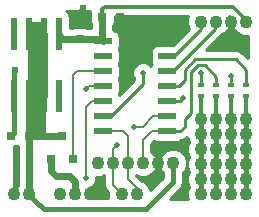
<source format=gbr>
G04 #@! TF.FileFunction,Copper,L1,Top,Signal*
%FSLAX46Y46*%
G04 Gerber Fmt 4.6, Leading zero omitted, Abs format (unit mm)*
G04 Created by KiCad (PCBNEW (2014-12-04 BZR 5312)-product) date 4/7/2015 12:43:42 PM*
%MOMM*%
G01*
G04 APERTURE LIST*
%ADD10C,0.100000*%
%ADD11R,0.750000X0.800000*%
%ADD12R,0.800000X0.750000*%
%ADD13C,1.100000*%
%ADD14R,0.600000X2.700000*%
%ADD15R,1.500000X0.600000*%
%ADD16R,0.800100X0.800100*%
%ADD17R,0.600000X0.400000*%
%ADD18C,0.609600*%
%ADD19C,0.508000*%
%ADD20C,0.609600*%
%ADD21C,0.304800*%
%ADD22C,0.457200*%
%ADD23C,0.203200*%
%ADD24C,0.254000*%
G04 APERTURE END LIST*
D10*
D11*
X127127000Y-33008000D03*
X127127000Y-31508000D03*
D12*
X122797000Y-41148000D03*
X121297000Y-41148000D03*
X129044000Y-31115000D03*
X130544000Y-31115000D03*
D13*
X131953000Y-46101000D03*
X130683000Y-46101000D03*
X122809000Y-46101000D03*
X121539000Y-46101000D03*
X141224000Y-39751000D03*
X139954000Y-39751000D03*
X138684000Y-39751000D03*
X137414000Y-39751000D03*
X137414000Y-41021000D03*
X137414000Y-42291000D03*
X137414000Y-43561000D03*
X137414000Y-44831000D03*
X137414000Y-46101000D03*
X138684000Y-41021000D03*
X138684000Y-42291000D03*
X138684000Y-43561000D03*
X138684000Y-44831000D03*
X138684000Y-46101000D03*
X139954000Y-41021000D03*
X139954000Y-42291000D03*
X139954000Y-43561000D03*
X139954000Y-44831000D03*
X139954000Y-46101000D03*
X141224000Y-41021000D03*
X141224000Y-42291000D03*
X141224000Y-43561000D03*
X141224000Y-44831000D03*
X141224000Y-46101000D03*
X137414000Y-31496000D03*
X138684000Y-31496000D03*
X139954000Y-31496000D03*
X141224000Y-31496000D03*
D14*
X125349000Y-32512000D03*
X124079000Y-32512000D03*
X122809000Y-32512000D03*
X121539000Y-32512000D03*
X125349000Y-37812000D03*
X124079000Y-37792000D03*
X122809000Y-37792000D03*
X121539000Y-37792000D03*
D15*
X129126000Y-33147000D03*
X129126000Y-34417000D03*
X129126000Y-35687000D03*
X129126000Y-36957000D03*
X129126000Y-38227000D03*
X129126000Y-39497000D03*
X129126000Y-40767000D03*
X134526000Y-40767000D03*
X134526000Y-39497000D03*
X134526000Y-38227000D03*
X134526000Y-36957000D03*
X134526000Y-35687000D03*
X134526000Y-34417000D03*
X134526000Y-33147000D03*
D16*
X124653000Y-43164760D03*
X126553000Y-43164760D03*
X125603000Y-41165780D03*
D13*
X128651000Y-43434000D03*
X135001000Y-43434000D03*
X133731000Y-43434000D03*
X132461000Y-43434000D03*
X131191000Y-43434000D03*
X129921000Y-43434000D03*
X125476000Y-46101000D03*
X126746000Y-46101000D03*
X128016000Y-46101000D03*
D17*
X137414000Y-37788000D03*
X137414000Y-36888000D03*
X138684000Y-37788000D03*
X138684000Y-36888000D03*
X139954000Y-37788000D03*
X139954000Y-36888000D03*
X141224000Y-37788000D03*
X141224000Y-36888000D03*
D18*
X133858000Y-31496000D03*
X127381000Y-30353000D03*
X121666000Y-35560000D03*
D19*
X130302000Y-41910000D03*
X131699000Y-40386000D03*
X135889990Y-37926501D03*
X139954000Y-36068000D03*
X132461000Y-35814000D03*
X137414000Y-35814000D03*
X127635000Y-37211000D03*
X127640080Y-44719240D03*
D20*
X129044000Y-32951000D02*
X129044000Y-31115000D01*
X128987000Y-33008000D02*
X129044000Y-32951000D01*
X128987000Y-33008000D02*
X129126000Y-33147000D01*
X125718000Y-33008000D02*
X128987000Y-33008000D01*
X125349000Y-32639000D02*
X125718000Y-33008000D01*
X125349000Y-32512000D02*
X125349000Y-32639000D01*
D21*
X129044000Y-30435200D02*
X129044000Y-31115000D01*
X129253200Y-30226000D02*
X129044000Y-30435200D01*
X140099474Y-30226000D02*
X129253200Y-30226000D01*
X141224000Y-31350526D02*
X140099474Y-30226000D01*
X141224000Y-31496000D02*
X141224000Y-31350526D01*
D22*
X133477000Y-31115000D02*
X133858000Y-31496000D01*
X134526000Y-32164000D02*
X134526000Y-33147000D01*
X134526000Y-32164000D02*
X133858000Y-31496000D01*
X130544000Y-31115000D02*
X133477000Y-31115000D01*
X127127000Y-30607000D02*
X127381000Y-30353000D01*
X127127000Y-31508000D02*
X127127000Y-30607000D01*
X121539000Y-40906000D02*
X121297000Y-41148000D01*
X121539000Y-37792000D02*
X121539000Y-40906000D01*
X121539000Y-35687000D02*
X121666000Y-35560000D01*
X121539000Y-37792000D02*
X121539000Y-35687000D01*
D23*
X131191000Y-44831000D02*
X131191000Y-43434000D01*
X131953000Y-45593000D02*
X131191000Y-44831000D01*
X131953000Y-46101000D02*
X131953000Y-45593000D01*
X130810000Y-40767000D02*
X131191000Y-41148000D01*
X131191000Y-41148000D02*
X131191000Y-43434000D01*
X129126000Y-40767000D02*
X130810000Y-40767000D01*
X129921000Y-45339000D02*
X130683000Y-46101000D01*
X129921000Y-43434000D02*
X129921000Y-45339000D01*
X129921000Y-42291000D02*
X130302000Y-41910000D01*
X129921000Y-43434000D02*
X129921000Y-42291000D01*
X133350000Y-39497000D02*
X134526000Y-39497000D01*
X132461000Y-40386000D02*
X133350000Y-39497000D01*
X131699000Y-40386000D02*
X132461000Y-40386000D01*
D20*
X122809000Y-32512000D02*
X124079000Y-32512000D01*
X124079000Y-37792000D02*
X122809000Y-37792000D01*
X124079000Y-32512000D02*
X124079000Y-37792000D01*
X122797000Y-37804000D02*
X122809000Y-37792000D01*
X122797000Y-41148000D02*
X122797000Y-37804000D01*
X122941780Y-41292780D02*
X122797000Y-41148000D01*
X125585220Y-41148000D02*
X125603000Y-41165780D01*
X122797000Y-41148000D02*
X125585220Y-41148000D01*
X122797000Y-46089000D02*
X122809000Y-46101000D01*
X122797000Y-41148000D02*
X122797000Y-46089000D01*
D22*
X123358999Y-46650999D02*
X122809000Y-46101000D01*
X124079000Y-47371000D02*
X123358999Y-46650999D01*
X132715000Y-47371000D02*
X124079000Y-47371000D01*
X135001000Y-45085000D02*
X132715000Y-47371000D01*
X135001000Y-43434000D02*
X135001000Y-45085000D01*
D24*
X136898775Y-34670989D02*
X140334989Y-34670989D01*
X136016991Y-35552773D02*
X136898775Y-34670989D01*
X136016990Y-36470010D02*
X136016991Y-35552773D01*
X135530000Y-36957000D02*
X136016990Y-36470010D01*
X134526000Y-36957000D02*
X135530000Y-36957000D01*
X141224000Y-35560000D02*
X141224000Y-36888000D01*
X140334989Y-34670989D02*
X141224000Y-35560000D01*
X135589491Y-38227000D02*
X135889990Y-37926501D01*
X134526000Y-38227000D02*
X135589491Y-38227000D01*
X139954000Y-36068000D02*
X139954000Y-36888000D01*
D23*
X132461000Y-41529000D02*
X133223000Y-40767000D01*
X133223000Y-40767000D02*
X134526000Y-40767000D01*
X132461000Y-43434000D02*
X132461000Y-41529000D01*
D21*
X134976000Y-40767000D02*
X134526000Y-40767000D01*
D24*
X136017000Y-40386000D02*
X135636000Y-40767000D01*
X135636000Y-40767000D02*
X134526000Y-40767000D01*
X136017000Y-39770118D02*
X136017000Y-40386000D01*
X136525000Y-39262118D02*
X136017000Y-39770118D01*
X136525000Y-35763198D02*
X136525000Y-39262118D01*
X137109199Y-35178999D02*
X136525000Y-35763198D01*
X137718801Y-35178999D02*
X137109199Y-35178999D01*
X138684000Y-36144198D02*
X137718801Y-35178999D01*
X138684000Y-36888000D02*
X138684000Y-36144198D01*
X129126000Y-39497000D02*
X129733040Y-39497000D01*
X129733040Y-39497000D02*
X132461000Y-36769040D01*
X132461000Y-36769040D02*
X132461000Y-35814000D01*
X137414000Y-35814000D02*
X137414000Y-36888000D01*
X137414000Y-32131000D02*
X137414000Y-31496000D01*
X135128000Y-34417000D02*
X137414000Y-32131000D01*
X134526000Y-34417000D02*
X135128000Y-34417000D01*
X138557000Y-31623000D02*
X138684000Y-31496000D01*
X138557000Y-32131000D02*
X138557000Y-31623000D01*
X135001000Y-35687000D02*
X138557000Y-32131000D01*
X134526000Y-35687000D02*
X135001000Y-35687000D01*
D23*
X126553000Y-36007000D02*
X126553000Y-43164760D01*
X126873000Y-35687000D02*
X126553000Y-36007000D01*
X129126000Y-35687000D02*
X126873000Y-35687000D01*
X127889000Y-36957000D02*
X127635000Y-37211000D01*
X129126000Y-36957000D02*
X127889000Y-36957000D01*
X127635000Y-44434183D02*
X127635000Y-44714160D01*
X127635000Y-44714160D02*
X127640080Y-44719240D01*
X127635000Y-38764800D02*
X127635000Y-44434183D01*
X128172800Y-38227000D02*
X127635000Y-38764800D01*
X129126000Y-38227000D02*
X128172800Y-38227000D01*
D20*
X126263400Y-44607480D02*
X126746000Y-45090080D01*
X126746000Y-45090080D02*
X126746000Y-46101000D01*
X125086070Y-44607480D02*
X126263400Y-44607480D01*
X124653000Y-43164760D02*
X124653000Y-44174410D01*
X124653000Y-44174410D02*
X125086070Y-44607480D01*
D22*
X141224000Y-39751000D02*
X141224000Y-46101000D01*
D21*
X141224000Y-37788000D02*
X141224000Y-39751000D01*
D22*
X139954000Y-39751000D02*
X139954000Y-46101000D01*
D21*
X139954000Y-37788000D02*
X139954000Y-39751000D01*
D22*
X138684000Y-39751000D02*
X138684000Y-46101000D01*
D21*
X138684000Y-37788000D02*
X138684000Y-39751000D01*
D22*
X137414000Y-39751000D02*
X137414000Y-46101000D01*
D21*
X137414000Y-37788000D02*
X137414000Y-39751000D01*
D24*
G36*
X124079000Y-41021000D02*
X122809000Y-41021000D01*
X122809000Y-31623000D01*
X124079000Y-31623000D01*
X124079000Y-41021000D01*
X124079000Y-41021000D01*
G37*
X124079000Y-41021000D02*
X122809000Y-41021000D01*
X122809000Y-31623000D01*
X124079000Y-31623000D01*
X124079000Y-41021000D01*
G36*
X121857200Y-45376757D02*
X121804991Y-45428875D01*
X121624206Y-45864255D01*
X121623794Y-46335677D01*
X121632929Y-46357785D01*
X121539000Y-46356597D01*
X121539000Y-42037000D01*
X121857200Y-42037000D01*
X121857200Y-45376757D01*
X121857200Y-45376757D01*
G37*
X121857200Y-45376757D02*
X121804991Y-45428875D01*
X121624206Y-45864255D01*
X121623794Y-46335677D01*
X121632929Y-46357785D01*
X121539000Y-46356597D01*
X121539000Y-42037000D01*
X121857200Y-42037000D01*
X121857200Y-45376757D01*
G36*
X128104200Y-32068200D02*
X127836937Y-32068200D01*
X127751640Y-32010623D01*
X127502000Y-31960560D01*
X126752000Y-31960560D01*
X126509877Y-32007537D01*
X126417528Y-32068200D01*
X126296440Y-32068200D01*
X126296440Y-31162000D01*
X126249463Y-30919877D01*
X126109673Y-30707073D01*
X125961419Y-30607000D01*
X128023231Y-30607000D01*
X127996560Y-30740000D01*
X127996560Y-31490000D01*
X128043537Y-31732123D01*
X128104200Y-31824471D01*
X128104200Y-32068200D01*
X128104200Y-32068200D01*
G37*
X128104200Y-32068200D02*
X127836937Y-32068200D01*
X127751640Y-32010623D01*
X127502000Y-31960560D01*
X126752000Y-31960560D01*
X126509877Y-32007537D01*
X126417528Y-32068200D01*
X126296440Y-32068200D01*
X126296440Y-31162000D01*
X126249463Y-30919877D01*
X126109673Y-30707073D01*
X125961419Y-30607000D01*
X128023231Y-30607000D01*
X127996560Y-30740000D01*
X127996560Y-31490000D01*
X128043537Y-31732123D01*
X128104200Y-31824471D01*
X128104200Y-32068200D01*
G36*
X129548329Y-46457980D02*
X127889586Y-46436984D01*
X127930794Y-46337745D01*
X127931206Y-45866323D01*
X127823392Y-45605395D01*
X128143000Y-45473337D01*
X128393298Y-45223476D01*
X128528926Y-44896849D01*
X128529168Y-44618894D01*
X128885677Y-44619206D01*
X129184400Y-44495775D01*
X129184400Y-45339000D01*
X129240470Y-45620885D01*
X129400145Y-45859855D01*
X129498124Y-45957834D01*
X129497794Y-46335677D01*
X129548329Y-46457980D01*
X129548329Y-46457980D01*
G37*
X129548329Y-46457980D02*
X127889586Y-46436984D01*
X127930794Y-46337745D01*
X127931206Y-45866323D01*
X127823392Y-45605395D01*
X128143000Y-45473337D01*
X128393298Y-45223476D01*
X128528926Y-44896849D01*
X128529168Y-44618894D01*
X128885677Y-44619206D01*
X129184400Y-44495775D01*
X129184400Y-45339000D01*
X129240470Y-45620885D01*
X129400145Y-45859855D01*
X129498124Y-45957834D01*
X129497794Y-46335677D01*
X129548329Y-46457980D01*
G36*
X136377294Y-32090074D02*
X134997809Y-33469560D01*
X133776000Y-33469560D01*
X133533877Y-33516537D01*
X133321073Y-33656327D01*
X133178623Y-33867360D01*
X133128560Y-34117000D01*
X133128560Y-34717000D01*
X133175537Y-34959123D01*
X133236396Y-35051770D01*
X133178623Y-35137360D01*
X133155714Y-35251593D01*
X132965236Y-35060782D01*
X132638609Y-34925154D01*
X132284943Y-34924846D01*
X131958080Y-35059903D01*
X131707782Y-35309764D01*
X131572154Y-35636391D01*
X131571846Y-35990057D01*
X131699000Y-36297793D01*
X131699000Y-36453410D01*
X130472922Y-37679487D01*
X130415603Y-37592229D01*
X130473377Y-37506640D01*
X130523440Y-37257000D01*
X130523440Y-36657000D01*
X130476463Y-36414877D01*
X130415603Y-36322229D01*
X130473377Y-36236640D01*
X130523440Y-35987000D01*
X130523440Y-35387000D01*
X130476463Y-35144877D01*
X130415603Y-35052229D01*
X130473377Y-34966640D01*
X130523440Y-34717000D01*
X130523440Y-34117000D01*
X130476463Y-33874877D01*
X130415603Y-33782229D01*
X130473377Y-33696640D01*
X130523440Y-33447000D01*
X130523440Y-32847000D01*
X130476463Y-32604877D01*
X130336673Y-32392073D01*
X130125640Y-32249623D01*
X129983800Y-32221178D01*
X129983800Y-31824937D01*
X130041377Y-31739640D01*
X130091440Y-31490000D01*
X130091440Y-31013400D01*
X136331293Y-31013400D01*
X136229206Y-31259255D01*
X136228794Y-31730677D01*
X136377294Y-32090074D01*
X136377294Y-32090074D01*
G37*
X136377294Y-32090074D02*
X134997809Y-33469560D01*
X133776000Y-33469560D01*
X133533877Y-33516537D01*
X133321073Y-33656327D01*
X133178623Y-33867360D01*
X133128560Y-34117000D01*
X133128560Y-34717000D01*
X133175537Y-34959123D01*
X133236396Y-35051770D01*
X133178623Y-35137360D01*
X133155714Y-35251593D01*
X132965236Y-35060782D01*
X132638609Y-34925154D01*
X132284943Y-34924846D01*
X131958080Y-35059903D01*
X131707782Y-35309764D01*
X131572154Y-35636391D01*
X131571846Y-35990057D01*
X131699000Y-36297793D01*
X131699000Y-36453410D01*
X130472922Y-37679487D01*
X130415603Y-37592229D01*
X130473377Y-37506640D01*
X130523440Y-37257000D01*
X130523440Y-36657000D01*
X130476463Y-36414877D01*
X130415603Y-36322229D01*
X130473377Y-36236640D01*
X130523440Y-35987000D01*
X130523440Y-35387000D01*
X130476463Y-35144877D01*
X130415603Y-35052229D01*
X130473377Y-34966640D01*
X130523440Y-34717000D01*
X130523440Y-34117000D01*
X130476463Y-33874877D01*
X130415603Y-33782229D01*
X130473377Y-33696640D01*
X130523440Y-33447000D01*
X130523440Y-32847000D01*
X130476463Y-32604877D01*
X130336673Y-32392073D01*
X130125640Y-32249623D01*
X129983800Y-32221178D01*
X129983800Y-31824937D01*
X130041377Y-31739640D01*
X130091440Y-31490000D01*
X130091440Y-31013400D01*
X136331293Y-31013400D01*
X136229206Y-31259255D01*
X136228794Y-31730677D01*
X136377294Y-32090074D01*
G36*
X136394389Y-45466447D02*
X136229206Y-45864255D01*
X136228794Y-46335677D01*
X136314719Y-46543631D01*
X134783071Y-46524243D01*
X135611657Y-45695658D01*
X135611657Y-45695657D01*
X135798862Y-45415486D01*
X135798862Y-45415485D01*
X135809768Y-45360654D01*
X135864599Y-45085000D01*
X135864600Y-45085000D01*
X135864600Y-44246289D01*
X136005009Y-44106125D01*
X136185794Y-43670745D01*
X136186206Y-43199323D01*
X136006180Y-42763628D01*
X135673125Y-42429991D01*
X135237745Y-42249206D01*
X134766323Y-42248794D01*
X134330628Y-42428820D01*
X133996991Y-42761875D01*
X133816206Y-43197255D01*
X133815794Y-43668677D01*
X133995820Y-44104372D01*
X134137400Y-44246199D01*
X134137400Y-44727285D01*
X133097318Y-45767367D01*
X132958180Y-45430628D01*
X132625125Y-45096991D01*
X132408928Y-45007218D01*
X131927600Y-44525890D01*
X131927600Y-44495612D01*
X132224255Y-44618794D01*
X132695677Y-44619206D01*
X133131372Y-44439180D01*
X133465009Y-44106125D01*
X133645794Y-43670745D01*
X133646206Y-43199323D01*
X133466180Y-42763628D01*
X133197600Y-42494578D01*
X133197600Y-41834110D01*
X133431419Y-41600290D01*
X133526360Y-41664377D01*
X133776000Y-41714440D01*
X135276000Y-41714440D01*
X135518123Y-41667463D01*
X135730927Y-41527673D01*
X135744614Y-41507395D01*
X135744615Y-41507394D01*
X135927604Y-41470996D01*
X135927605Y-41470996D01*
X136174815Y-41305815D01*
X136228797Y-41251832D01*
X136228794Y-41255677D01*
X136394389Y-41656447D01*
X136229206Y-42054255D01*
X136228794Y-42525677D01*
X136394389Y-42926447D01*
X136229206Y-43324255D01*
X136228794Y-43795677D01*
X136394389Y-44196447D01*
X136229206Y-44594255D01*
X136228794Y-45065677D01*
X136394389Y-45466447D01*
X136394389Y-45466447D01*
G37*
X136394389Y-45466447D02*
X136229206Y-45864255D01*
X136228794Y-46335677D01*
X136314719Y-46543631D01*
X134783071Y-46524243D01*
X135611657Y-45695658D01*
X135611657Y-45695657D01*
X135798862Y-45415486D01*
X135798862Y-45415485D01*
X135809768Y-45360654D01*
X135864599Y-45085000D01*
X135864600Y-45085000D01*
X135864600Y-44246289D01*
X136005009Y-44106125D01*
X136185794Y-43670745D01*
X136186206Y-43199323D01*
X136006180Y-42763628D01*
X135673125Y-42429991D01*
X135237745Y-42249206D01*
X134766323Y-42248794D01*
X134330628Y-42428820D01*
X133996991Y-42761875D01*
X133816206Y-43197255D01*
X133815794Y-43668677D01*
X133995820Y-44104372D01*
X134137400Y-44246199D01*
X134137400Y-44727285D01*
X133097318Y-45767367D01*
X132958180Y-45430628D01*
X132625125Y-45096991D01*
X132408928Y-45007218D01*
X131927600Y-44525890D01*
X131927600Y-44495612D01*
X132224255Y-44618794D01*
X132695677Y-44619206D01*
X133131372Y-44439180D01*
X133465009Y-44106125D01*
X133645794Y-43670745D01*
X133646206Y-43199323D01*
X133466180Y-42763628D01*
X133197600Y-42494578D01*
X133197600Y-41834110D01*
X133431419Y-41600290D01*
X133526360Y-41664377D01*
X133776000Y-41714440D01*
X135276000Y-41714440D01*
X135518123Y-41667463D01*
X135730927Y-41527673D01*
X135744614Y-41507395D01*
X135744615Y-41507394D01*
X135927604Y-41470996D01*
X135927605Y-41470996D01*
X136174815Y-41305815D01*
X136228797Y-41251832D01*
X136228794Y-41255677D01*
X136394389Y-41656447D01*
X136229206Y-42054255D01*
X136228794Y-42525677D01*
X136394389Y-42926447D01*
X136229206Y-43324255D01*
X136228794Y-43795677D01*
X136394389Y-44196447D01*
X136229206Y-44594255D01*
X136228794Y-45065677D01*
X136394389Y-45466447D01*
G36*
X141351000Y-34609369D02*
X140873804Y-34132174D01*
X140626594Y-33966993D01*
X140334989Y-33908989D01*
X137856641Y-33908989D01*
X139095815Y-32669816D01*
X139095815Y-32669815D01*
X139152858Y-32584444D01*
X139152858Y-32584443D01*
X139354372Y-32501180D01*
X139688009Y-32168125D01*
X139868794Y-31732745D01*
X139869206Y-31261323D01*
X139766766Y-31013400D01*
X139773322Y-31013400D01*
X140039188Y-31279266D01*
X140038794Y-31730677D01*
X140218820Y-32166372D01*
X140551875Y-32500009D01*
X140987255Y-32680794D01*
X141351000Y-32681111D01*
X141351000Y-34609369D01*
X141351000Y-34609369D01*
G37*
X141351000Y-34609369D02*
X140873804Y-34132174D01*
X140626594Y-33966993D01*
X140334989Y-33908989D01*
X137856641Y-33908989D01*
X139095815Y-32669816D01*
X139095815Y-32669815D01*
X139152858Y-32584444D01*
X139152858Y-32584443D01*
X139354372Y-32501180D01*
X139688009Y-32168125D01*
X139868794Y-31732745D01*
X139869206Y-31261323D01*
X139766766Y-31013400D01*
X139773322Y-31013400D01*
X140039188Y-31279266D01*
X140038794Y-31730677D01*
X140218820Y-32166372D01*
X140551875Y-32500009D01*
X140987255Y-32680794D01*
X141351000Y-32681111D01*
X141351000Y-34609369D01*
M02*

</source>
